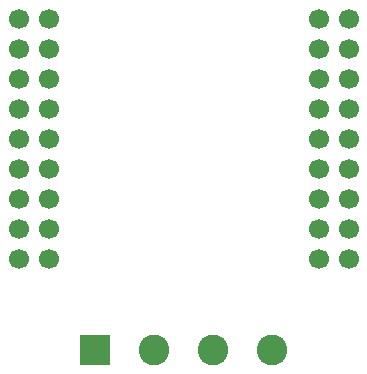
<source format=gbr>
%TF.GenerationSoftware,KiCad,Pcbnew,8.0.5*%
%TF.CreationDate,2024-09-19T11:43:03+02:00*%
%TF.ProjectId,QuinLED-ESP32-Lux,5175696e-4c45-4442-9d45-535033322d4c,rev?*%
%TF.SameCoordinates,Original*%
%TF.FileFunction,Soldermask,Bot*%
%TF.FilePolarity,Negative*%
%FSLAX46Y46*%
G04 Gerber Fmt 4.6, Leading zero omitted, Abs format (unit mm)*
G04 Created by KiCad (PCBNEW 8.0.5) date 2024-09-19 11:43:03*
%MOMM*%
%LPD*%
G01*
G04 APERTURE LIST*
%ADD10C,1.700000*%
%ADD11R,2.600000X2.600000*%
%ADD12C,2.600000*%
G04 APERTURE END LIST*
D10*
%TO.C,U1*%
X128040793Y-78640533D03*
X128040793Y-81180533D03*
X128040793Y-83720533D03*
X128040793Y-86260533D03*
X128040793Y-88800533D03*
X128040793Y-91340533D03*
X128040793Y-93880533D03*
X128040793Y-96420533D03*
X128040793Y-98960533D03*
X130580793Y-78640533D03*
X130580793Y-81180533D03*
X130580793Y-83720533D03*
X130580793Y-86260533D03*
X130580793Y-88800533D03*
X130580793Y-91340533D03*
X130580793Y-93880533D03*
X130580793Y-96420533D03*
X130580793Y-98960533D03*
X153440793Y-78640533D03*
X153440793Y-81180533D03*
X153440793Y-83720533D03*
X153440793Y-86260533D03*
X153440793Y-88800533D03*
X153440793Y-91340533D03*
X153440793Y-93880533D03*
X153440793Y-96420533D03*
X153440793Y-98960533D03*
X155980793Y-78640533D03*
X155980793Y-81180533D03*
X155980793Y-83720533D03*
X155980793Y-86260533D03*
X155980793Y-88800533D03*
X155980793Y-91340533D03*
X155980793Y-93880533D03*
X155980793Y-96420533D03*
X155980793Y-98960533D03*
%TD*%
D11*
%TO.C,J1*%
X134460000Y-106680000D03*
D12*
X139460000Y-106680000D03*
X144460000Y-106680000D03*
X149460000Y-106680000D03*
%TD*%
M02*

</source>
